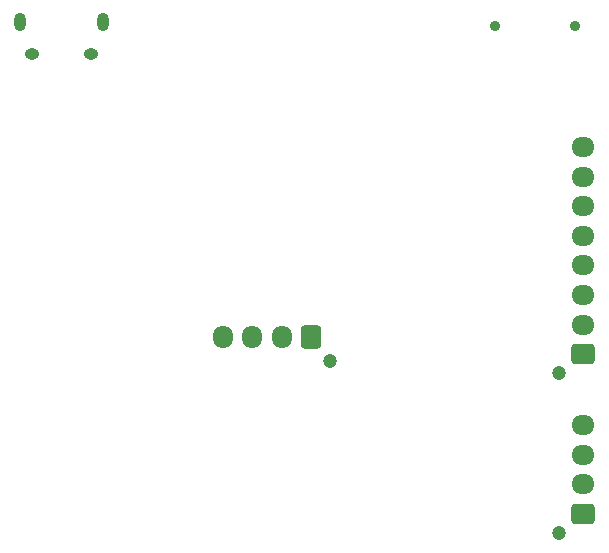
<source format=gbr>
%TF.GenerationSoftware,KiCad,Pcbnew,(6.0.7)*%
%TF.CreationDate,2023-01-17T20:56:03-06:00*%
%TF.ProjectId,SmartSpin2k,536d6172-7453-4706-996e-326b2e6b6963,2.35*%
%TF.SameCoordinates,Original*%
%TF.FileFunction,Soldermask,Bot*%
%TF.FilePolarity,Negative*%
%FSLAX46Y46*%
G04 Gerber Fmt 4.6, Leading zero omitted, Abs format (unit mm)*
G04 Created by KiCad (PCBNEW (6.0.7)) date 2023-01-17 20:56:03*
%MOMM*%
%LPD*%
G01*
G04 APERTURE LIST*
G04 Aperture macros list*
%AMRoundRect*
0 Rectangle with rounded corners*
0 $1 Rounding radius*
0 $2 $3 $4 $5 $6 $7 $8 $9 X,Y pos of 4 corners*
0 Add a 4 corners polygon primitive as box body*
4,1,4,$2,$3,$4,$5,$6,$7,$8,$9,$2,$3,0*
0 Add four circle primitives for the rounded corners*
1,1,$1+$1,$2,$3*
1,1,$1+$1,$4,$5*
1,1,$1+$1,$6,$7*
1,1,$1+$1,$8,$9*
0 Add four rect primitives between the rounded corners*
20,1,$1+$1,$2,$3,$4,$5,0*
20,1,$1+$1,$4,$5,$6,$7,0*
20,1,$1+$1,$6,$7,$8,$9,0*
20,1,$1+$1,$8,$9,$2,$3,0*%
G04 Aperture macros list end*
%ADD10C,0.900000*%
%ADD11O,1.250000X0.950000*%
%ADD12O,1.000000X1.550000*%
%ADD13C,1.200000*%
%ADD14RoundRect,0.250000X0.725000X-0.600000X0.725000X0.600000X-0.725000X0.600000X-0.725000X-0.600000X0*%
%ADD15O,1.950000X1.700000*%
%ADD16RoundRect,0.250000X0.600000X0.725000X-0.600000X0.725000X-0.600000X-0.725000X0.600000X-0.725000X0*%
%ADD17O,1.700000X1.950000*%
G04 APERTURE END LIST*
D10*
%TO.C,S1*%
X44360000Y58090000D03*
X51160000Y58090000D03*
%TD*%
D11*
%TO.C,J4*%
X10186600Y55790000D03*
X5186600Y55790000D03*
D12*
X11186600Y58490000D03*
X4186600Y58490000D03*
%TD*%
D13*
%TO.C,J1*%
X49798000Y15223000D03*
D14*
X51798000Y16823000D03*
D15*
X51798000Y19323000D03*
X51798000Y21823000D03*
X51798000Y24323000D03*
%TD*%
D13*
%TO.C,J3*%
X49781000Y28752000D03*
D14*
X51781000Y30352000D03*
D15*
X51781000Y32852000D03*
X51781000Y35352000D03*
X51781000Y37852000D03*
X51781000Y40352000D03*
X51781000Y42852000D03*
X51781000Y45352000D03*
X51781000Y47852000D03*
%TD*%
D13*
%TO.C,J2*%
X30410000Y29765000D03*
D16*
X28810000Y31765000D03*
D17*
X26310000Y31765000D03*
X23810000Y31765000D03*
X21310000Y31765000D03*
%TD*%
M02*

</source>
